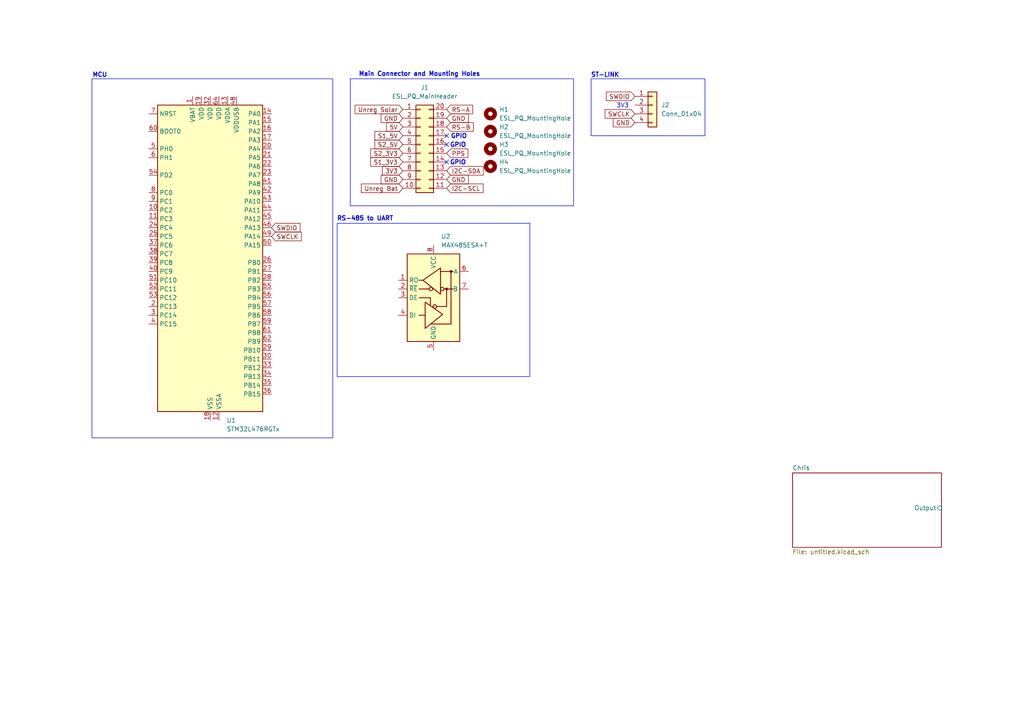
<source format=kicad_sch>
(kicad_sch (version 20231120) (generator "eeschema") (generator_version "8.0")
  (paper "A4")
  (lib_symbols
    (symbol "ESL_PQ:Conn_01x04" (pin_names (offset 1.016) hide)
      (property "Reference" "J2" (at 2.54 0.0001 0))
      (property "Value" "Conn_01x04" (at 2.54 -2.5399 0))
      (symbol "Conn_01x04_1_1"
        (rectangle (start -1.27 -4.953) (end 0 -5.207) (stroke (width 0.1524)))
        (rectangle (start -1.27 -2.413) (end 0 -2.667) (stroke (width 0.1524)))
        (rectangle (start -1.27 0.127) (end 0 -0.127) (stroke (width 0.1524)))
        (rectangle (start -1.27 2.667) (end 0 2.413) (stroke (width 0.1524)))
        (rectangle (start -1.27 3.81) (end 1.27 -6.35) (stroke (width 0.254)) (fill (type background)))
        (pin passive line (at -5.08 2.54 0) (length 3.81) (name "Pin_1") (number "1"))
        (pin passive line (at -5.08 0 0) (length 3.81) (name "Pin_2") (number "2"))
        (pin passive line (at -5.08 -2.54 0) (length 3.81) (name "Pin_3") (number "3"))
        (pin passive line (at -5.08 -5.08 0) (length 3.81) (name "Pin_4") (number "4"))
      )
    )
    (symbol "ESL_PQ:Conn_02x10_Counter_Clockwise" (pin_names (offset 1.016) hide)
      (property "Reference" "J" (at 1.27 12.7 0))
      (property "Value" "Conn_02x10_Counter_Clockwise" (at 1.27 -15.24 0))
      (symbol "Conn_02x10_Counter_Clockwise_1_1"
        (rectangle (start -1.27 -12.573) (end 0 -12.827) (stroke (width 0.1524)))
        (rectangle (start -1.27 -10.033) (end 0 -10.287) (stroke (width 0.1524)))
        (rectangle (start -1.27 -7.493) (end 0 -7.747) (stroke (width 0.1524)))
        (rectangle (start -1.27 -4.953) (end 0 -5.207) (stroke (width 0.1524)))
        (rectangle (start -1.27 -2.413) (end 0 -2.667) (stroke (width 0.1524)))
        (rectangle (start -1.27 0.127) (end 0 -0.127) (stroke (width 0.1524)))
        (rectangle (start -1.27 2.667) (end 0 2.413) (stroke (width 0.1524)))
        (rectangle (start -1.27 5.207) (end 0 4.953) (stroke (width 0.1524)))
        (rectangle (start -1.27 7.747) (end 0 7.493) (stroke (width 0.1524)))
        (rectangle (start -1.27 10.287) (end 0 10.033) (stroke (width 0.1524)))
        (rectangle (start -1.27 11.43) (end 3.81 -13.97) (stroke (width 0.254)) (fill (type background)))
        (rectangle (start 3.81 -12.573) (end 2.54 -12.827) (stroke (width 0.1524)))
        (rectangle (start 3.81 -10.033) (end 2.54 -10.287) (stroke (width 0.1524)))
        (rectangle (start 3.81 -7.493) (end 2.54 -7.747) (stroke (width 0.1524)))
        (rectangle (start 3.81 -4.953) (end 2.54 -5.207) (stroke (width 0.1524)))
        (rectangle (start 3.81 -2.413) (end 2.54 -2.667) (stroke (width 0.1524)))
        (rectangle (start 3.81 0.127) (end 2.54 -0.127) (stroke (width 0.1524)))
        (rectangle (start 3.81 2.667) (end 2.54 2.413) (stroke (width 0.1524)))
        (rectangle (start 3.81 5.207) (end 2.54 4.953) (stroke (width 0.1524)))
        (rectangle (start 3.81 7.747) (end 2.54 7.493) (stroke (width 0.1524)))
        (rectangle (start 3.81 10.287) (end 2.54 10.033) (stroke (width 0.1524)))
        (pin passive line (at -5.08 10.16 0) (length 3.81) (name "Pin_1") (number "1"))
        (pin passive line (at -5.08 -12.7 0) (length 3.81) (name "Pin_10") (number "10"))
        (pin passive line (at 7.62 -12.7 180) (length 3.81) (name "Pin_11") (number "11"))
        (pin passive line (at 7.62 -10.16 180) (length 3.81) (name "Pin_12") (number "12"))
        (pin passive line (at 7.62 -7.62 180) (length 3.81) (name "Pin_13") (number "13"))
        (pin passive line (at 7.62 -5.08 180) (length 3.81) (name "Pin_14") (number "14"))
        (pin passive line (at 7.62 -2.54 180) (length 3.81) (name "Pin_15") (number "15"))
        (pin passive line (at 7.62 0 180) (length 3.81) (name "Pin_16") (number "16"))
        (pin passive line (at 7.62 2.54 180) (length 3.81) (name "Pin_17") (number "17"))
        (pin passive line (at 7.62 5.08 180) (length 3.81) (name "Pin_18") (number "18"))
        (pin passive line (at 7.62 7.62 180) (length 3.81) (name "Pin_19") (number "19"))
        (pin passive line (at -5.08 7.62 0) (length 3.81) (name "Pin_2") (number "2"))
        (pin passive line (at 7.62 10.16 180) (length 3.81) (name "Pin_20") (number "20"))
        (pin passive line (at -5.08 5.08 0) (length 3.81) (name "Pin_3") (number "3"))
        (pin passive line (at -5.08 2.54 0) (length 3.81) (name "Pin_4") (number "4"))
        (pin passive line (at -5.08 0 0) (length 3.81) (name "Pin_5") (number "5"))
        (pin passive line (at -5.08 -2.54 0) (length 3.81) (name "Pin_6") (number "6"))
        (pin passive line (at -5.08 -5.08 0) (length 3.81) (name "Pin_7") (number "7"))
        (pin passive line (at -5.08 -7.62 0) (length 3.81) (name "Pin_8") (number "8"))
        (pin passive line (at -5.08 -10.16 0) (length 3.81) (name "Pin_9") (number "9"))
      )
    )
    (symbol "ESL_PQ:ESL_PQ_MountingHole" (pin_names (offset 1.016))
      (property "Reference" "H1" (at 2.54 1.27 0))
      (property "Value" "ESL_PQ_MountingHole" (at 2.54 -1.27 0))
      (symbol "ESL_PQ_MountingHole_0_1"
        (circle (center 0 0) (radius 1.27) (stroke (width 1.27)))
      )
    )
    (symbol "ESL_PQ:LTC2850xS8"
      (property "Reference" "U2" (at 2.1941 17.78 0))
      (property "Value" "MAX485ESA+T" (at 2.1941 15.24 0))
      (symbol "LTC2850xS8_0_1"
        (rectangle (start -7.62 12.7) (end 7.62 -12.7) (stroke (width 0.254)) (fill (type background)))
        (polyline (pts (xy -4.191 2.54) (xy -1.27 2.54)) (stroke (width 0.254)))
        (polyline (pts (xy -2.54 -5.08) (xy -4.191 -5.08)) (stroke (width 0.254)))
        (polyline (pts (xy -0.635 -7.62) (xy 5.08 -7.62)) (stroke (width 0.254)))
        (polyline (pts (xy 0.889 -2.54) (xy 3.81 -2.54)) (stroke (width 0.254)))
        (polyline (pts (xy 2.032 7.62) (xy 5.715 7.62)) (stroke (width 0.254)))
        (polyline (pts (xy 3.048 2.54) (xy 5.715 2.54)) (stroke (width 0.254)))
        (polyline (pts (xy 3.81 -2.54) (xy 3.81 2.54)) (stroke (width 0.254)))
        (polyline (pts (xy 5.08 -7.62) (xy 5.08 7.62)) (stroke (width 0.254)))
        (polyline (pts (xy -4.191 0) (xy -0.889 0) (xy -0.889 -2.286)) (stroke (width 0.254)))
        (polyline (pts (xy -3.175 5.08) (xy -4.191 5.08) (xy -4.064 5.08)) (stroke (width 0.254)))
        (polyline (pts (xy -2.413 -5.08) (xy -2.413 -1.27) (xy 2.667 -4.826) (xy -2.413 -8.89) (xy -2.413 -5.08)) (stroke (width 0.254)))
        (circle (center 0.381 -2.54) (radius 0.508) (stroke (width 0.254)))
        (circle (center 3.81 2.54) (radius 0.2794) (stroke (width 0.254)) (fill (type outline)))
      )
      (symbol "LTC2850xS8_1_1"
        (circle (center -0.762 2.54) (radius 0.508) (stroke (width 0.254)))
        (polyline (pts (xy 2.032 4.826) (xy 2.032 8.636) (xy -3.048 5.08) (xy 2.032 1.016) (xy 2.032 4.826)) (stroke (width 0.254)))
        (circle (center 2.54 2.54) (radius 0.508) (stroke (width 0.254)))
        (circle (center 5.08 7.62) (radius 0.2794) (stroke (width 0.254)) (fill (type outline)))
        (pin output line (at -10.16 5.08 0) (length 2.54) (name "RO") (number "1"))
        (pin input line (at -10.16 2.54 0) (length 2.54) (name "~{RE}") (number "2"))
        (pin input line (at -10.16 0 0) (length 2.54) (name "DE") (number "3"))
        (pin input line (at -10.16 -5.08 0) (length 2.54) (name "DI") (number "4"))
        (pin power_in line (at 0 -15.24 90) (length 2.54) (name "GND") (number "5"))
        (pin bidirectional line (at 10.16 7.62 180) (length 2.54) (name "A") (number "6"))
        (pin bidirectional line (at 10.16 2.54 180) (length 2.54) (name "B") (number "7"))
        (pin power_in line (at 0 15.24 270) (length 2.54) (name "VCC") (number "8"))
      )
    )
    (symbol "ESL_PQ:STM32L476RGTx"
      (property "Reference" "U" (at -15.24 46.99 0))
      (property "Value" "STM32L476RGTx" (at 10.16 46.99 0))
      (symbol "STM32L476RGTx_0_1"
        (rectangle (start -15.24 -43.18) (end 15.24 45.72) (stroke (width 0.254)) (fill (type background)))
      )
      (symbol "STM32L476RGTx_1_1"
        (pin power_in line (at -5.08 48.26 270) (length 2.54) (name "VBAT") (number "1"))
        (pin bidirectional line (at -17.78 15.24 0) (length 2.54) (name "PC2") (number "10"))
        (pin bidirectional line (at -17.78 12.7 0) (length 2.54) (name "PC3") (number "11"))
        (pin power_in line (at 2.54 -45.72 90) (length 2.54) (name "VSSA") (number "12"))
        (pin power_in line (at 5.08 48.26 270) (length 2.54) (name "VDDA") (number "13"))
        (pin bidirectional line (at 17.78 43.18 180) (length 2.54) (name "PA0") (number "14"))
        (pin bidirectional line (at 17.78 40.64 180) (length 2.54) (name "PA1") (number "15"))
        (pin bidirectional line (at 17.78 38.1 180) (length 2.54) (name "PA2") (number "16"))
        (pin bidirectional line (at 17.78 35.56 180) (length 2.54) (name "PA3") (number "17"))
        (pin power_in line (at 0 -45.72 90) (length 2.54) (name "VSS") (number "18"))
        (pin power_in line (at -2.54 48.26 270) (length 2.54) (name "VDD") (number "19"))
        (pin bidirectional line (at -17.78 -12.7 0) (length 2.54) (name "PC13") (number "2"))
        (pin bidirectional line (at 17.78 33.02 180) (length 2.54) (name "PA4") (number "20"))
        (pin bidirectional line (at 17.78 30.48 180) (length 2.54) (name "PA5") (number "21"))
        (pin bidirectional line (at 17.78 27.94 180) (length 2.54) (name "PA6") (number "22"))
        (pin bidirectional line (at 17.78 25.4 180) (length 2.54) (name "PA7") (number "23"))
        (pin bidirectional line (at -17.78 10.16 0) (length 2.54) (name "PC4") (number "24"))
        (pin bidirectional line (at -17.78 7.62 0) (length 2.54) (name "PC5") (number "25"))
        (pin bidirectional line (at 17.78 0 180) (length 2.54) (name "PB0") (number "26"))
        (pin bidirectional line (at 17.78 -2.54 180) (length 2.54) (name "PB1") (number "27"))
        (pin bidirectional line (at 17.78 -5.08 180) (length 2.54) (name "PB2") (number "28"))
        (pin bidirectional line (at 17.78 -25.4 180) (length 2.54) (name "PB10") (number "29"))
        (pin bidirectional line (at -17.78 -15.24 0) (length 2.54) (name "PC14") (number "3"))
        (pin bidirectional line (at 17.78 -27.94 180) (length 2.54) (name "PB11") (number "30"))
        (pin passive line (at 0 -45.72 90) (length 2.54) hide (name "VSS") (number "31"))
        (pin power_in line (at 0 48.26 270) (length 2.54) (name "VDD") (number "32"))
        (pin bidirectional line (at 17.78 -30.48 180) (length 2.54) (name "PB12") (number "33"))
        (pin bidirectional line (at 17.78 -33.02 180) (length 2.54) (name "PB13") (number "34"))
        (pin bidirectional line (at 17.78 -35.56 180) (length 2.54) (name "PB14") (number "35"))
        (pin bidirectional line (at 17.78 -38.1 180) (length 2.54) (name "PB15") (number "36"))
        (pin bidirectional line (at -17.78 5.08 0) (length 2.54) (name "PC6") (number "37"))
        (pin bidirectional line (at -17.78 2.54 0) (length 2.54) (name "PC7") (number "38"))
        (pin bidirectional line (at -17.78 0 0) (length 2.54) (name "PC8") (number "39"))
        (pin bidirectional line (at -17.78 -17.78 0) (length 2.54) (name "PC15") (number "4"))
        (pin bidirectional line (at -17.78 -2.54 0) (length 2.54) (name "PC9") (number "40"))
        (pin bidirectional line (at 17.78 22.86 180) (length 2.54) (name "PA8") (number "41"))
        (pin bidirectional line (at 17.78 20.32 180) (length 2.54) (name "PA9") (number "42"))
        (pin bidirectional line (at 17.78 17.78 180) (length 2.54) (name "PA10") (number "43"))
        (pin bidirectional line (at 17.78 15.24 180) (length 2.54) (name "PA11") (number "44"))
        (pin bidirectional line (at 17.78 12.7 180) (length 2.54) (name "PA12") (number "45"))
        (pin bidirectional line (at 17.78 10.16 180) (length 2.54) (name "PA13") (number "46"))
        (pin passive line (at 0 -45.72 90) (length 2.54) hide (name "VSS") (number "47"))
        (pin power_in line (at 7.62 48.26 270) (length 2.54) (name "VDDUSB") (number "48"))
        (pin bidirectional line (at 17.78 7.62 180) (length 2.54) (name "PA14") (number "49"))
        (pin bidirectional line (at -17.78 33.02 0) (length 2.54) (name "PH0") (number "5"))
        (pin bidirectional line (at 17.78 5.08 180) (length 2.54) (name "PA15") (number "50"))
        (pin bidirectional line (at -17.78 -5.08 0) (length 2.54) (name "PC10") (number "51"))
        (pin bidirectional line (at -17.78 -7.62 0) (length 2.54) (name "PC11") (number "52"))
        (pin bidirectional line (at -17.78 -10.16 0) (length 2.54) (name "PC12") (number "53"))
        (pin bidirectional line (at -17.78 25.4 0) (length 2.54) (name "PD2") (number "54"))
        (pin bidirectional line (at 17.78 -7.62 180) (length 2.54) (name "PB3") (number "55"))
        (pin bidirectional line (at 17.78 -10.16 180) (length 2.54) (name "PB4") (number "56"))
        (pin bidirectional line (at 17.78 -12.7 180) (length 2.54) (name "PB5") (number "57"))
        (pin bidirectional line (at 17.78 -15.24 180) (length 2.54) (name "PB6") (number "58"))
        (pin bidirectional line (at 17.78 -17.78 180) (length 2.54) (name "PB7") (number "59"))
        (pin bidirectional line (at -17.78 30.48 0) (length 2.54) (name "PH1") (number "6"))
        (pin input line (at -17.78 38.1 0) (length 2.54) (name "BOOT0") (number "60"))
        (pin bidirectional line (at 17.78 -20.32 180) (length 2.54) (name "PB8") (number "61"))
        (pin bidirectional line (at 17.78 -22.86 180) (length 2.54) (name "PB9") (number "62"))
        (pin passive line (at 0 -45.72 90) (length 2.54) hide (name "VSS") (number "63"))
        (pin power_in line (at 2.54 48.26 270) (length 2.54) (name "VDD") (number "64"))
        (pin input line (at -17.78 43.18 0) (length 2.54) (name "NRST") (number "7"))
        (pin bidirectional line (at -17.78 20.32 0) (length 2.54) (name "PC0") (number "8"))
        (pin bidirectional line (at -17.78 17.78 0) (length 2.54) (name "PC1") (number "9"))
      )
    )
  )
  (no_connect (at 129.54 46.99))
  (no_connect (at 129.54 41.91))
  (no_connect (at 129.54 39.37))
  (rectangle (start 171.45 22.86) (end 204.47 39.37))
  (rectangle (start 97.79 64.77) (end 153.67 109.22))
  (rectangle (start 26.67 22.86) (end 96.52 127))
  (rectangle (start 101.6 22.86) (end 166.37 59.69))
  (text "GPIO" (at 133.096 39.624 0) (effects (font (size 1.27 1.27) (thickness 0.254) (bold yes))))
  (text "MCU" (at 28.956 21.844 0) (effects (font (size 1.27 1.27) (thickness 0.254) (bold yes))))
  (text "ST-LINK" (at 175.514 21.844 0) (effects (font (size 1.27 1.27) (thickness 0.254) (bold yes))))
  (text "RS-485 to UART" (at 105.918 63.5 0) (effects (font (size 1.27 1.27) (thickness 0.254) (bold yes))))
  (text "GPIO" (at 132.842 47.244 0) (effects (font (size 1.27 1.27) (bold yes))))
  (text "GPIO" (at 132.842 42.164 0) (effects (font (size 1.27 1.27) (bold yes))))
  (text "3V3" (at 180.594 30.734 0) (effects (font (size 1.27 1.27))))
  (text "Main Connector and Mounting Holes" (at 121.666 21.59 0) (effects (font (size 1.27 1.27) (bold yes))))
  (global_label "PPS" (shape input) (at 129.54 44.45 0) (property "Intersheetrefs" "${INTERSHEET_REFS}" (effects (hide yes))))
  (global_label "SWCLK" (shape input) (at 78.74 68.58 0) (property "Intersheetrefs" "${INTERSHEET_REFS}" (effects (hide yes))))
  (global_label "S1_5V" (shape input) (at 116.84 39.37 180) (property "Intersheetrefs" "${INTERSHEET_REFS}" (effects (hide yes))))
  (global_label "GND" (shape input) (at 184.15 35.56 180) (property "Intersheetrefs" "${INTERSHEET_REFS}" (effects (hide yes))))
  (global_label "5V" (shape input) (at 116.84 36.83 180) (property "Intersheetrefs" "${INTERSHEET_REFS}" (effects (hide yes))))
  (global_label "GND" (shape input) (at 116.84 52.07 180) (property "Intersheetrefs" "${INTERSHEET_REFS}" (effects (hide yes))))
  (global_label "SWCLK" (shape input) (at 184.15 33.02 180) (property "Intersheetrefs" "${INTERSHEET_REFS}" (effects (hide yes))))
  (global_label "I2C-SDA" (shape input) (at 129.54 49.53 0) (property "Intersheetrefs" "${INTERSHEET_REFS}" (effects (hide yes))))
  (global_label "SWDIO" (shape input) (at 184.15 27.94 180) (property "Intersheetrefs" "${INTERSHEET_REFS}" (effects (hide yes))))
  (global_label "3V3" (shape input) (at 116.84 49.53 180) (property "Intersheetrefs" "${INTERSHEET_REFS}" (effects (hide yes))))
  (global_label "I2C-SCL" (shape input) (at 129.54 54.61 0) (property "Intersheetrefs" "${INTERSHEET_REFS}" (effects (hide yes))))
  (global_label "GND" (shape input) (at 116.84 34.29 180) (property "Intersheetrefs" "${INTERSHEET_REFS}" (effects (hide yes))))
  (global_label "S1_3V3" (shape input) (at 116.84 46.99 180) (property "Intersheetrefs" "${INTERSHEET_REFS}" (effects (hide yes))))
  (global_label "Unreg Bat" (shape input) (at 116.84 54.61 180) (property "Intersheetrefs" "${INTERSHEET_REFS}" (effects (hide yes))))
  (global_label "S2_3V3" (shape input) (at 116.84 44.45 180) (property "Intersheetrefs" "${INTERSHEET_REFS}" (effects (hide yes))))
  (global_label "RS-A" (shape input) (at 129.54 31.75 0) (property "Intersheetrefs" "${INTERSHEET_REFS}" (effects (hide yes))))
  (global_label "GND" (shape input) (at 129.54 52.07 0) (property "Intersheetrefs" "${INTERSHEET_REFS}" (effects (hide yes))))
  (global_label "RS-B" (shape input) (at 129.54 36.83 0) (property "Intersheetrefs" "${INTERSHEET_REFS}" (effects (hide yes))))
  (global_label "GND" (shape input) (at 129.54 34.29 0) (property "Intersheetrefs" "${INTERSHEET_REFS}" (effects (hide yes))))
  (global_label "SWDIO" (shape input) (at 78.74 66.04 0) (property "Intersheetrefs" "${INTERSHEET_REFS}" (effects (hide yes))))
  (global_label "S2_5V" (shape input) (at 116.84 41.91 180) (property "Intersheetrefs" "${INTERSHEET_REFS}" (effects (hide yes))))
  (global_label "Unreg Solar" (shape input) (at 116.84 31.75 180) (property "Intersheetrefs" "${INTERSHEET_REFS}" (effects (hide yes))))
  (symbol (lib_id "ESL_PQ:ESL_PQ_MountingHole") (at 142.24 48.26 0) (unit 1)
    (property "Reference" "H4" (at 144.78 46.9899 0) (effects (justify left)))
    (property "Value" "ESL_PQ_MountingHole" (at 144.78 49.5299 0) (effects (justify left)))
    (property "Footprint" "ESL_PQ:ESL_PQ_MountingHole" (effects (hide yes)))
  )
  (symbol (lib_id "ESL_PQ:ESL_PQ_MountingHole") (at 142.24 33.02 0) (unit 1)
    (property "Reference" "H1" (at 144.78 31.7499 0) (effects (justify left)))
    (property "Value" "ESL_PQ_MountingHole" (at 144.78 34.2899 0) (effects (justify left)))
    (property "Footprint" "ESL_PQ:ESL_PQ_MountingHole" (effects (hide yes)))
  )
  (symbol (lib_id "ESL_PQ:Conn_01x04") (at 189.23 30.48 0) (unit 1)
    (property "Reference" "J2" (at 191.77 30.4799 0) (effects (justify left)))
    (property "Value" "Conn_01x04" (at 191.77 33.0199 0) (effects (justify left)))
    (property "Footprint" "ESL_PQ:1x04 1.27mm" (effects (hide yes)))
    (property "Description" "Generic connector, single row, 01x04, script generated (kicad-library-utils/schlib/autogen/connector/)" (effects (hide yes)))
  )
  (symbol (lib_id "ESL_PQ:LTC2850xS8") (at 125.73 86.36 0) (unit 1)
    (property "Reference" "U2" (at 127.9241 68.58 0) (effects (justify left)))
    (property "Value" "MAX485ESA+T" (at 127.9241 71.12 0) (effects (justify left)))
    (property "Footprint" "Package_SO:SOIC-8_3.9x4.9mm_P1.27mm" (effects (hide yes)))
    (property "Description" "transceiver 2.5Mbps 1/1 SOIC-8 RS-485/RS-422 ICs ROHS" (effects (hide yes)))
    (property "JLC Part#" "C19738" (effects (hide yes)))
  )
  (symbol (lib_id "ESL_PQ:Conn_02x10_Counter_Clockwise") (at 121.92 41.91 0) (unit 1)
    (property "Reference" "J1" (at 123.19 25.4 0))
    (property "Value" "ESL_PQ_MainHeader" (at 123.19 27.94 0))
    (property "Footprint" "ESL_PQ:ESL_PQ_Main_Header" (effects (hide yes)))
    (property "Description" "Generic connector, double row, 02x10, counter clockwise pin numbering scheme (similar to DIP package numbering), script generated (kicad-library-utils/schlib/autogen/connector/)" (effects (hide yes)))
  )
  (symbol (lib_id "ESL_PQ:ESL_PQ_MountingHole") (at 142.24 38.1 0) (unit 1)
    (property "Reference" "H2" (at 144.78 36.8299 0) (effects (justify left)))
    (property "Value" "ESL_PQ_MountingHole" (at 144.78 39.3699 0) (effects (justify left)))
    (property "Footprint" "ESL_PQ:ESL_PQ_MountingHole" (effects (hide yes)))
  )
  (symbol (lib_id "ESL_PQ:STM32L476RGTx") (at 60.96 76.2 0) (unit 1)
    (property "Reference" "U1" (at 65.6941 121.92 0) (effects (justify left)))
    (property "Value" "STM32L476RGTx" (at 65.6941 124.46 0) (effects (justify left)))
    (property "Footprint" "Package_QFP:LQFP-64_10x10mm_P0.5mm" (effects (hide yes)))
    (property "Datasheet" "https://www.st.com/resource/en/datasheet/stm32l476rc.pdf" (effects (hide yes)))
    (property "Description" "STMicroelectronics Arm Cortex-M4 MCU, 256-1024KB flash, 128KB RAM, 80 MHz, 1.71-3.6V, 51 GPIO, LQFP64" (effects (hide yes)))
    (property "JLC Part#" "C74797" (effects (hide yes)))
  )
  (symbol (lib_id "ESL_PQ:ESL_PQ_MountingHole") (at 142.24 43.18 0) (unit 1)
    (property "Reference" "H3" (at 144.78 41.9099 0) (effects (justify left)))
    (property "Value" "ESL_PQ_MountingHole" (at 144.78 44.4499 0) (effects (justify left)))
    (property "Footprint" "ESL_PQ:ESL_PQ_MountingHole" (effects (hide yes)))
  )
  (sheet (at 229.87 137.16) (size 43.18 21.59) (stroke (width 0.1524))
    (property "Sheetname" "Chris" (at 229.87 136.4484 0) (effects (justify left bottom)))
    (property "Sheetfile" "untitled.kicad_sch" (at 229.87 159.3346 0) (effects (justify left top)))
    (pin "Output" input (at 273.05 147.32 0))
  )
)
</source>
